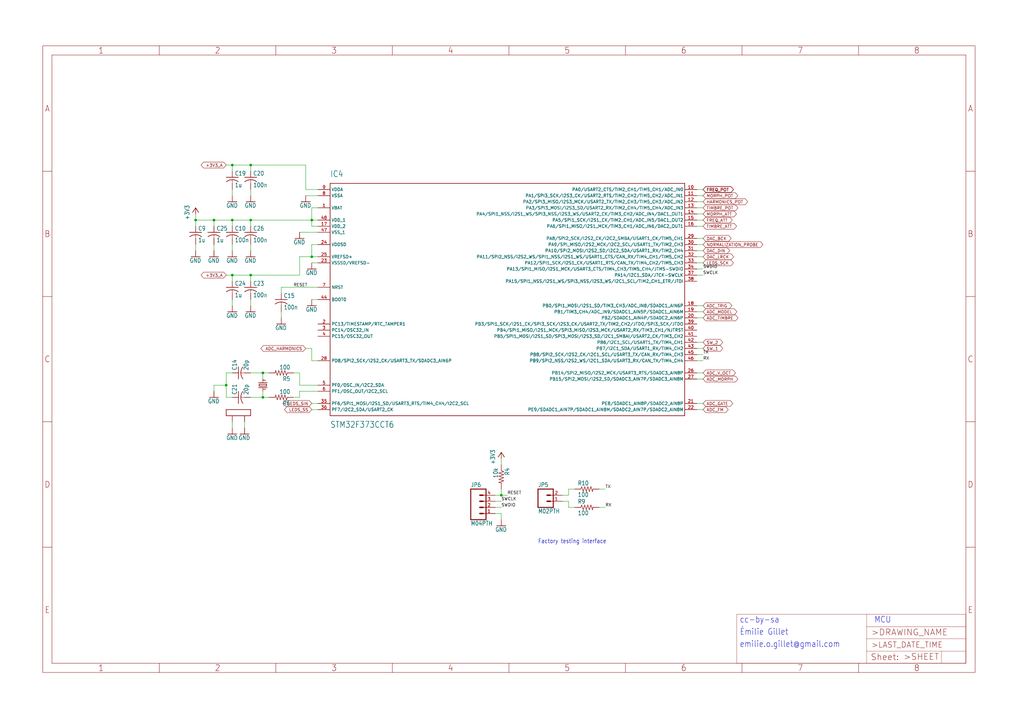
<source format=kicad_sch>
(kicad_sch (version 20230121) (generator eeschema)
  (paper "User" 425.45 299.161)
  (lib_symbols
    (symbol "plaits-eagle-import:+3V3" (power)
      (property "Value" "+3V3" (at -2.54 -5.08 90))
      (symbol "+3V3_1_0"
        (polyline (pts (xy 0 0) (xy -1.27 -1.905)) (stroke (width 0.254)))
        (polyline (pts (xy 1.27 -1.905) (xy 0 0)) (stroke (width 0.254)))
        (pin power_in line (at 0 -2.54 90) (length 2.54) (name "+3V3") (number "1"))
      )
    )
    (symbol "plaits-eagle-import:A3L-LOC"
      (symbol "A3L-LOC_1_0"
        (polyline (pts (xy 0 52.07) (xy 3.81 52.07)))
        (polyline (pts (xy 0 104.14) (xy 3.81 104.14)))
        (polyline (pts (xy 0 156.21) (xy 3.81 156.21)))
        (polyline (pts (xy 0 208.28) (xy 3.81 208.28)))
        (polyline (pts (xy 3.81 3.81) (xy 3.81 256.54)))
        (polyline (pts (xy 48.4188 0) (xy 48.4188 3.81)))
        (polyline (pts (xy 48.4188 256.54) (xy 48.4188 260.35)))
        (polyline (pts (xy 96.8375 0) (xy 96.8375 3.81)))
        (polyline (pts (xy 96.8375 256.54) (xy 96.8375 260.35)))
        (polyline (pts (xy 145.2563 0) (xy 145.2563 3.81)))
        (polyline (pts (xy 145.2563 256.54) (xy 145.2563 260.35)))
        (polyline (pts (xy 193.675 0) (xy 193.675 3.81)))
        (polyline (pts (xy 193.675 256.54) (xy 193.675 260.35)))
        (polyline (pts (xy 242.0938 0) (xy 242.0938 3.81)))
        (polyline (pts (xy 242.0938 256.54) (xy 242.0938 260.35)))
        (polyline (pts (xy 288.29 3.81) (xy 288.29 24.13)) (stroke (width 0.1016)))
        (polyline (pts (xy 288.29 3.81) (xy 342.265 3.81)) (stroke (width 0.1016)))
        (polyline (pts (xy 288.29 24.13) (xy 342.265 24.13)) (stroke (width 0.1016)))
        (polyline (pts (xy 290.5125 0) (xy 290.5125 3.81)))
        (polyline (pts (xy 290.5125 256.54) (xy 290.5125 260.35)))
        (polyline (pts (xy 338.9313 0) (xy 338.9313 3.81)))
        (polyline (pts (xy 338.9313 256.54) (xy 338.9313 260.35)))
        (polyline (pts (xy 342.265 3.81) (xy 373.38 3.81)) (stroke (width 0.1016)))
        (polyline (pts (xy 342.265 8.89) (xy 342.265 3.81)) (stroke (width 0.1016)))
        (polyline (pts (xy 342.265 8.89) (xy 342.265 13.97)) (stroke (width 0.1016)))
        (polyline (pts (xy 342.265 13.97) (xy 342.265 19.05)) (stroke (width 0.1016)))
        (polyline (pts (xy 342.265 13.97) (xy 383.54 13.97)) (stroke (width 0.1016)))
        (polyline (pts (xy 342.265 19.05) (xy 342.265 24.13)) (stroke (width 0.1016)))
        (polyline (pts (xy 342.265 19.05) (xy 383.54 19.05)) (stroke (width 0.1016)))
        (polyline (pts (xy 342.265 24.13) (xy 383.54 24.13)) (stroke (width 0.1016)))
        (polyline (pts (xy 373.38 3.81) (xy 373.38 8.89)) (stroke (width 0.1016)))
        (polyline (pts (xy 373.38 3.81) (xy 383.54 3.81)) (stroke (width 0.1016)))
        (polyline (pts (xy 373.38 8.89) (xy 342.265 8.89)) (stroke (width 0.1016)))
        (polyline (pts (xy 373.38 8.89) (xy 383.54 8.89)) (stroke (width 0.1016)))
        (polyline (pts (xy 383.54 3.81) (xy 3.81 3.81)))
        (polyline (pts (xy 383.54 3.81) (xy 383.54 8.89)) (stroke (width 0.1016)))
        (polyline (pts (xy 383.54 3.81) (xy 383.54 256.54)))
        (polyline (pts (xy 383.54 8.89) (xy 383.54 13.97)) (stroke (width 0.1016)))
        (polyline (pts (xy 383.54 13.97) (xy 383.54 19.05)) (stroke (width 0.1016)))
        (polyline (pts (xy 383.54 19.05) (xy 383.54 24.13)) (stroke (width 0.1016)))
        (polyline (pts (xy 383.54 52.07) (xy 387.35 52.07)))
        (polyline (pts (xy 383.54 104.14) (xy 387.35 104.14)))
        (polyline (pts (xy 383.54 156.21) (xy 387.35 156.21)))
        (polyline (pts (xy 383.54 208.28) (xy 387.35 208.28)))
        (polyline (pts (xy 383.54 256.54) (xy 3.81 256.54)))
        (polyline (pts (xy 0 0) (xy 387.35 0) (xy 387.35 260.35) (xy 0 260.35) (xy 0 0)))
        (text "1" (at 24.2094 1.905 0) (effects (font (size 2.54 2.286))))
        (text "1" (at 24.2094 258.445 0) (effects (font (size 2.54 2.286))))
        (text "2" (at 72.6281 1.905 0) (effects (font (size 2.54 2.286))))
        (text "2" (at 72.6281 258.445 0) (effects (font (size 2.54 2.286))))
        (text "3" (at 121.0469 1.905 0) (effects (font (size 2.54 2.286))))
        (text "3" (at 121.0469 258.445 0) (effects (font (size 2.54 2.286))))
        (text "4" (at 169.4656 1.905 0) (effects (font (size 2.54 2.286))))
        (text "4" (at 169.4656 258.445 0) (effects (font (size 2.54 2.286))))
        (text "5" (at 217.8844 1.905 0) (effects (font (size 2.54 2.286))))
        (text "5" (at 217.8844 258.445 0) (effects (font (size 2.54 2.286))))
        (text "6" (at 266.3031 1.905 0) (effects (font (size 2.54 2.286))))
        (text "6" (at 266.3031 258.445 0) (effects (font (size 2.54 2.286))))
        (text "7" (at 314.7219 1.905 0) (effects (font (size 2.54 2.286))))
        (text "7" (at 314.7219 258.445 0) (effects (font (size 2.54 2.286))))
        (text "8" (at 363.1406 1.905 0) (effects (font (size 2.54 2.286))))
        (text "8" (at 363.1406 258.445 0) (effects (font (size 2.54 2.286))))
        (text ">DRAWING_NAME" (at 344.17 15.24 0) (effects (font (size 2.54 2.54)) (justify left bottom)))
        (text ">LAST_DATE_TIME" (at 344.17 10.16 0) (effects (font (size 2.286 2.286)) (justify left bottom)))
        (text ">SHEET" (at 357.505 5.08 0) (effects (font (size 2.54 2.54)) (justify left bottom)))
        (text "A" (at 1.905 234.315 0) (effects (font (size 2.54 2.286))))
        (text "A" (at 385.445 234.315 0) (effects (font (size 2.54 2.286))))
        (text "B" (at 1.905 182.245 0) (effects (font (size 2.54 2.286))))
        (text "B" (at 385.445 182.245 0) (effects (font (size 2.54 2.286))))
        (text "C" (at 1.905 130.175 0) (effects (font (size 2.54 2.286))))
        (text "C" (at 385.445 130.175 0) (effects (font (size 2.54 2.286))))
        (text "D" (at 1.905 78.105 0) (effects (font (size 2.54 2.286))))
        (text "D" (at 385.445 78.105 0) (effects (font (size 2.54 2.286))))
        (text "E" (at 1.905 26.035 0) (effects (font (size 2.54 2.286))))
        (text "E" (at 385.445 26.035 0) (effects (font (size 2.54 2.286))))
        (text "Sheet:" (at 343.916 4.953 0) (effects (font (size 2.54 2.54)) (justify left bottom)))
      )
    )
    (symbol "plaits-eagle-import:C-USC0402"
      (property "Reference" "C" (at 1.016 0.635 0))
      (property "Value" "C-USC0402" (at 1.016 -4.191 0))
      (symbol "C-USC0402_1_0"
        (arc (start 0 -1.0161) (mid -1.302 -1.2303) (end -2.4668 -1.8504) (stroke (width 0.254)))
        (polyline (pts (xy -2.54 0) (xy 2.54 0)) (stroke (width 0.254)))
        (polyline (pts (xy 0 -1.016) (xy 0 -2.54)) (stroke (width 0.1524)))
        (arc (start 2.4892 -1.8542) (mid 1.3158 -1.2195) (end 0 -1) (stroke (width 0.254)))
        (pin passive line (at 0 2.54 270) (length 2.54) (name "1") (number "1"))
        (pin passive line (at 0 -5.08 90) (length 2.54) (name "2") (number "2"))
      )
    )
    (symbol "plaits-eagle-import:CRYSTAL"
      (symbol "CRYSTAL_1_0"
        (polyline (pts (xy -2.54 0) (xy -1.016 0)) (stroke (width 0.1524)))
        (polyline (pts (xy -1.016 1.778) (xy -1.016 -1.778)) (stroke (width 0.254)))
        (polyline (pts (xy -0.381 -1.524) (xy 0.381 -1.524)) (stroke (width 0.254)))
        (polyline (pts (xy -0.381 1.524) (xy -0.381 -1.524)) (stroke (width 0.254)))
        (polyline (pts (xy 0.381 -1.524) (xy 0.381 1.524)) (stroke (width 0.254)))
        (polyline (pts (xy 0.381 1.524) (xy -0.381 1.524)) (stroke (width 0.254)))
        (polyline (pts (xy 1.016 0) (xy 2.54 0)) (stroke (width 0.1524)))
        (polyline (pts (xy 1.016 1.778) (xy 1.016 -1.778)) (stroke (width 0.254)))
        (text "1" (at -2.159 -1.143 0) (effects (font (size 0.8636 0.734)) (justify left bottom)))
        (text "2" (at 1.524 -1.143 0) (effects (font (size 0.8636 0.734)) (justify left bottom)))
        (pin passive line (at -2.54 0 0) (length 0) (name "1") (number "1"))
        (pin passive line (at 2.54 0 180) (length 0) (name "2") (number "3"))
      )
      (symbol "CRYSTAL_2_0"
        (polyline (pts (xy -2.54 0) (xy 7.62 0)) (stroke (width 0.254)))
        (polyline (pts (xy -2.54 2.54) (xy -2.54 0)) (stroke (width 0.254)))
        (polyline (pts (xy 7.62 0) (xy 7.62 2.54)) (stroke (width 0.254)))
        (polyline (pts (xy 7.62 2.54) (xy -2.54 2.54)) (stroke (width 0.254)))
        (pin power_in line (at 0 -2.54 90) (length 2.54) (name "LID1") (number "2"))
        (pin power_in line (at 5.08 -2.54 90) (length 2.54) (name "LID2") (number "4"))
      )
    )
    (symbol "plaits-eagle-import:GND" (power)
      (property "Value" "GND" (at -2.54 -2.54 0))
      (symbol "GND_1_0"
        (polyline (pts (xy -1.905 0) (xy 1.905 0)) (stroke (width 0.254)))
        (pin power_in line (at 0 2.54 270) (length 2.54) (name "GND") (number "1"))
      )
    )
    (symbol "plaits-eagle-import:M02PTH"
      (property "Reference" "JP" (at -2.54 5.842 0))
      (property "Value" "M02PTH" (at -2.54 -5.08 0))
      (symbol "M02PTH_1_0"
        (polyline (pts (xy -2.54 5.08) (xy -2.54 -2.54)) (stroke (width 0.4064)))
        (polyline (pts (xy -2.54 5.08) (xy 3.81 5.08)) (stroke (width 0.4064)))
        (polyline (pts (xy 1.27 0) (xy 2.54 0)) (stroke (width 0.6096)))
        (polyline (pts (xy 1.27 2.54) (xy 2.54 2.54)) (stroke (width 0.6096)))
        (polyline (pts (xy 3.81 -2.54) (xy -2.54 -2.54)) (stroke (width 0.4064)))
        (polyline (pts (xy 3.81 -2.54) (xy 3.81 5.08)) (stroke (width 0.4064)))
        (pin passive line (at 7.62 0 180) (length 5.08) (name "1") (number "1"))
        (pin passive line (at 7.62 2.54 180) (length 5.08) (name "2") (number "2"))
      )
    )
    (symbol "plaits-eagle-import:M04PTH"
      (property "Reference" "JP" (at -5.08 8.382 0))
      (property "Value" "M04PTH" (at -5.08 -7.62 0))
      (symbol "M04PTH_1_0"
        (polyline (pts (xy -5.08 7.62) (xy -5.08 -5.08)) (stroke (width 0.4064)))
        (polyline (pts (xy -5.08 7.62) (xy 1.27 7.62)) (stroke (width 0.4064)))
        (polyline (pts (xy -1.27 -2.54) (xy 0 -2.54)) (stroke (width 0.6096)))
        (polyline (pts (xy -1.27 0) (xy 0 0)) (stroke (width 0.6096)))
        (polyline (pts (xy -1.27 2.54) (xy 0 2.54)) (stroke (width 0.6096)))
        (polyline (pts (xy -1.27 5.08) (xy 0 5.08)) (stroke (width 0.6096)))
        (polyline (pts (xy 1.27 -5.08) (xy -5.08 -5.08)) (stroke (width 0.4064)))
        (polyline (pts (xy 1.27 -5.08) (xy 1.27 7.62)) (stroke (width 0.4064)))
        (pin passive line (at 5.08 -2.54 180) (length 5.08) (name "1") (number "1"))
        (pin passive line (at 5.08 0 180) (length 5.08) (name "2") (number "2"))
        (pin passive line (at 5.08 2.54 180) (length 5.08) (name "3") (number "3"))
        (pin passive line (at 5.08 5.08 180) (length 5.08) (name "4") (number "4"))
      )
    )
    (symbol "plaits-eagle-import:R-US_R0402"
      (property "Reference" "R" (at -3.81 1.4986 0))
      (property "Value" "R-US_R0402" (at -3.81 -3.302 0))
      (symbol "R-US_R0402_1_0"
        (polyline (pts (xy -2.54 0) (xy -2.159 1.016)) (stroke (width 0.2032)))
        (polyline (pts (xy -2.159 1.016) (xy -1.524 -1.016)) (stroke (width 0.2032)))
        (polyline (pts (xy -1.524 -1.016) (xy -0.889 1.016)) (stroke (width 0.2032)))
        (polyline (pts (xy -0.889 1.016) (xy -0.254 -1.016)) (stroke (width 0.2032)))
        (polyline (pts (xy -0.254 -1.016) (xy 0.381 1.016)) (stroke (width 0.2032)))
        (polyline (pts (xy 0.381 1.016) (xy 1.016 -1.016)) (stroke (width 0.2032)))
        (polyline (pts (xy 1.016 -1.016) (xy 1.651 1.016)) (stroke (width 0.2032)))
        (polyline (pts (xy 1.651 1.016) (xy 2.286 -1.016)) (stroke (width 0.2032)))
        (polyline (pts (xy 2.286 -1.016) (xy 2.54 0)) (stroke (width 0.2032)))
        (pin passive line (at -5.08 0 0) (length 2.54) (name "1") (number "1"))
        (pin passive line (at 5.08 0 180) (length 2.54) (name "2") (number "2"))
      )
    )
    (symbol "plaits-eagle-import:STM32F373C"
      (property "Reference" "IC" (at -73.66 50.8 0))
      (property "Value" "STM32F373C" (at -73.66 -53.34 0))
      (symbol "STM32F373C_1_0"
        (polyline (pts (xy -73.66 -48.26) (xy -73.66 48.26)) (stroke (width 0.254)))
        (polyline (pts (xy -73.66 48.26) (xy 73.66 48.26)) (stroke (width 0.254)))
        (polyline (pts (xy 73.66 -48.26) (xy -73.66 -48.26)) (stroke (width 0.254)))
        (polyline (pts (xy 73.66 48.26) (xy 73.66 -48.26)) (stroke (width 0.254)))
        (pin power_in line (at -78.74 38.1 0) (length 5.08) (name "VBAT") (number "1"))
        (pin bidirectional line (at 78.74 45.72 180) (length 5.08) (name "PA0/USART2_CTS/TIM2_CH1/TIM5_CH1/ADC_IN0") (number "10"))
        (pin bidirectional line (at 78.74 43.18 180) (length 5.08) (name "PA1/SPI3_SCK/I2S3_CK/USART2_RTS/TIM2_CH2/TIM5_CH2/ADC_IN1") (number "11"))
        (pin bidirectional line (at 78.74 40.64 180) (length 5.08) (name "PA2/SPI3_MISO/I2S3_MCK/USART2_TX/TIM2_CH3/TIM5_CH3/ADC_IN2") (number "12"))
        (pin bidirectional line (at 78.74 38.1 180) (length 5.08) (name "PA3/SPI3_MOSI/I2S3_SD/USART2_RX/TIM2_CH4/TIM5_CH4/ADC_IN3") (number "13"))
        (pin bidirectional line (at 78.74 35.56 180) (length 5.08) (name "PA4/SPI1_NSS/I2S1_WS/SPI3_NSS/I2S3_WS/USART2_CK/TIM3_CH2/ADC_IN4/DAC1_OUT1") (number "14"))
        (pin bidirectional line (at 78.74 33.02 180) (length 5.08) (name "PA5/SPI1_SCK/I2S1_CK/TIM2_CH1/ADC_IN5/DAC1_OUT2") (number "15"))
        (pin bidirectional line (at 78.74 30.48 180) (length 5.08) (name "PA6/SPI1_MISO/I2S1_MCK/TIM3_CH1/ADC_IN6/DAC2_OUT1") (number "16"))
        (pin power_in line (at -78.74 30.48 0) (length 5.08) (name "VDD_2") (number "17"))
        (pin bidirectional line (at 78.74 -2.54 180) (length 5.08) (name "PB0/SPI1_MOSI/I2S1_SD/TIM3_CH3/ADC_IN8/SDADC1_AIN6P") (number "18"))
        (pin bidirectional line (at 78.74 -5.08 180) (length 5.08) (name "PB1/TIM3_CH4/ADC_IN9/SDADC1_AIN5P/SDADC1_AIN6M") (number "19"))
        (pin bidirectional line (at -78.74 -10.16 0) (length 5.08) (name "PC13/TIMESTAMP/RTC_TAMPER1") (number "2"))
        (pin bidirectional line (at 78.74 -7.62 180) (length 5.08) (name "PB2/SDADC1_AIN4P/SDADC2_AIN6P") (number "20"))
        (pin bidirectional line (at 78.74 -43.18 180) (length 5.08) (name "PE8/SDADC1_AIN8P/SDADC2_AIN8P") (number "21"))
        (pin bidirectional line (at 78.74 -45.72 180) (length 5.08) (name "PE9/SDADC1_AIN7P/SDADC1_AIN8M/SDADC2_AIN7P/SDADC2_AIN8M") (number "22"))
        (pin power_in line (at -78.74 15.24 0) (length 5.08) (name "VSSSD/VREFSD-") (number "23"))
        (pin power_in line (at -78.74 22.86 0) (length 5.08) (name "VDDSD") (number "24"))
        (pin power_in line (at -78.74 17.78 0) (length 5.08) (name "VREFSD+") (number "25"))
        (pin bidirectional line (at 78.74 -30.48 180) (length 5.08) (name "PB14/SPI2_MISO/I2S2_MCK/USART3_RTS/SDADC3_AIN8P") (number "26"))
        (pin bidirectional line (at 78.74 -33.02 180) (length 5.08) (name "PB15/SPI2_MOSI/I2S2_SD/SDADC3_AIN7P/SDADC3_AIN8M") (number "27"))
        (pin bidirectional line (at -78.74 -25.4 0) (length 5.08) (name "PD8/SPI2_SCK/I2S2_CK/USART3_TX/SDADC3_AIN6P") (number "28"))
        (pin bidirectional line (at 78.74 25.4 180) (length 5.08) (name "PA8/SPI2_SCK/I2S2_CK/I2C2_SMBA/USART1_CK/TIM5_CH1") (number "29"))
        (pin bidirectional line (at -78.74 -12.7 0) (length 5.08) (name "PC14/OSC32_IN") (number "3"))
        (pin bidirectional line (at 78.74 22.86 180) (length 5.08) (name "PA9/SPI_MISO/I2S2_MCK/I2C2_SCL/USART1_TX/TIM2_CH3") (number "30"))
        (pin bidirectional line (at 78.74 20.32 180) (length 5.08) (name "PA10/SPI2_MOSI/I2S2_SD/I2C2_SDA/USART1_RX/TIM2_CH4") (number "31"))
        (pin bidirectional line (at 78.74 17.78 180) (length 5.08) (name "PA11/SPI2_NSS/I2S2_WS/SPI1_NSS/I2S1_WS/USART1_CTS/CAN_RX/TIM4_CH1/TIM5_CH2") (number "32"))
        (pin bidirectional line (at 78.74 15.24 180) (length 5.08) (name "PA12/SPI1_SCK/I2S1_CK/USART1_RTS/CAN_TX/TIM4_CH2/TIM5_CH3") (number "33"))
        (pin bidirectional line (at 78.74 12.7 180) (length 5.08) (name "PA13/SPI1_MISO/I2S1_MCK/USART3_CTS/TIM4_CH3/TIM5_CH4/JTMS-SWDIO") (number "34"))
        (pin bidirectional line (at -78.74 -43.18 0) (length 5.08) (name "PF6/SPI1_MOSI/I2S1_SD/USART3_RTS/TIM4_CH4/I2C2_SCL") (number "35"))
        (pin bidirectional line (at -78.74 -45.72 0) (length 5.08) (name "PF7/I2C2_SDA/USART2_CK") (number "36"))
        (pin bidirectional line (at 78.74 10.16 180) (length 5.08) (name "PA14/I2C1_SDA/JTCK-SWCLK") (number "37"))
        (pin bidirectional line (at 78.74 7.62 180) (length 5.08) (name "PA15/SPI1_NSS/I2S1_WS/SPI3_NSS/I2S3_WS/I2C1_SCL/TIM2_CH1_ETR/JTDI") (number "38"))
        (pin bidirectional line (at 78.74 -10.16 180) (length 5.08) (name "PB3/SPI1_SCK/I2S1_CK/SPI3_SCK/I2S3_CK/USART2_TX/TIM2_CH2/JTDO/SPI3_SCK/JTDO") (number "39"))
        (pin bidirectional line (at -78.74 -15.24 0) (length 5.08) (name "PC15/OSC32_OUT") (number "4"))
        (pin bidirectional line (at 78.74 -12.7 180) (length 5.08) (name "PB4/SPI1_MISO/I2S1_MCK/SPI3_MISO/I2S3_MCK/USART2_RX/TIM3_CH1/NJTRST") (number "40"))
        (pin bidirectional line (at 78.74 -15.24 180) (length 5.08) (name "PB5/SPI1_MOSI/I2S1_SD/SPI3_MOSI/I2S3_SD/I2C1_SMBAI/USART2_CK/TIM3_CH2") (number "41"))
        (pin bidirectional line (at 78.74 -17.78 180) (length 5.08) (name "PB6/I2C1_SCL/USART1_TX/TIM4_CH1") (number "42"))
        (pin bidirectional line (at 78.74 -20.32 180) (length 5.08) (name "PB7/I2C1_SDA/USART1_RX/TIM4_CH2") (number "43"))
        (pin bidirectional line (at -78.74 0 0) (length 5.08) (name "BOOT0") (number "44"))
        (pin bidirectional line (at 78.74 -22.86 180) (length 5.08) (name "PB8/SPI2_SCK/I2S2_CK/I2C1_SCL/USART3_TX/CAN_RX/TIM4_CH3") (number "45"))
        (pin bidirectional line (at 78.74 -25.4 180) (length 5.08) (name "PB9/SPI2_NSS/I2S2_WS/I2C1_SDA/USART3_RX/CAN_TX/TIM4_CH4") (number "46"))
        (pin power_in line (at -78.74 27.94 0) (length 5.08) (name "VSS_1") (number "47"))
        (pin power_in line (at -78.74 33.02 0) (length 5.08) (name "VDD_1") (number "48"))
        (pin bidirectional line (at -78.74 -35.56 0) (length 5.08) (name "PF0/OSC_IN/I2C2_SDA") (number "5"))
        (pin bidirectional line (at -78.74 -38.1 0) (length 5.08) (name "PF1/OSC_OUT/I2C2_SCL") (number "6"))
        (pin bidirectional line (at -78.74 5.08 0) (length 5.08) (name "NRST") (number "7"))
        (pin power_in line (at -78.74 43.18 0) (length 5.08) (name "VSSA") (number "8"))
        (pin power_in line (at -78.74 45.72 0) (length 5.08) (name "VDDA") (number "9"))
      )
    )
  )
  (junction (at 104.14 68.58))
  (junction (at 96.52 68.58))
  (junction (at 88.9 91.44))
  (junction (at 96.52 91.44))
  (junction (at 104.14 91.44))
  (junction (at 81.28 91.44))
  (junction (at 104.14 114.3))
  (junction (at 129.54 106.68))
  (junction (at 129.54 91.44))
  (junction (at 93.98 160.02))
  (junction (at 109.22 154.94))
  (junction (at 96.52 114.3))
  (junction (at 208.28 205.74))
  (junction (at 109.22 165.1))
  (wire (pts (xy 96.52 91.44) (xy 104.14 91.44)))
  (wire (pts (xy 104.14 165.1) (xy 109.22 165.1)))
  (wire (pts (xy 132.08 170.18) (xy 129.54 170.18)))
  (wire (pts (xy 124.46 106.68) (xy 129.54 106.68)))
  (wire (pts (xy 127 68.58) (xy 127 78.74)))
  (wire (pts (xy 88.9 93.98) (xy 88.9 91.44)))
  (wire (pts (xy 96.52 78.74) (xy 96.52 81.28)))
  (wire (pts (xy 289.56 170.18) (xy 292.1 170.18)))
  (wire (pts (xy 132.08 149.86) (xy 129.54 149.86)))
  (wire (pts (xy 129.54 109.22) (xy 132.08 109.22)))
  (wire (pts (xy 104.14 68.58) (xy 127 68.58)))
  (wire (pts (xy 208.28 213.36) (xy 208.28 215.9)))
  (wire (pts (xy 101.6 175.26) (xy 101.6 177.8)))
  (wire (pts (xy 208.28 203.2) (xy 208.28 205.74)))
  (wire (pts (xy 289.56 111.76) (xy 292.1 111.76)))
  (wire (pts (xy 233.68 205.74) (xy 236.22 205.74)))
  (wire (pts (xy 289.56 83.82) (xy 292.1 83.82)))
  (wire (pts (xy 289.56 91.44) (xy 292.1 91.44)))
  (wire (pts (xy 236.22 203.2) (xy 238.76 203.2)))
  (wire (pts (xy 289.56 109.22) (xy 292.1 109.22)))
  (wire (pts (xy 104.14 71.12) (xy 104.14 68.58)))
  (wire (pts (xy 205.74 210.82) (xy 208.28 210.82)))
  (wire (pts (xy 93.98 160.02) (xy 93.98 165.1)))
  (wire (pts (xy 289.56 104.14) (xy 292.1 104.14)))
  (wire (pts (xy 289.56 142.24) (xy 292.1 142.24)))
  (wire (pts (xy 236.22 205.74) (xy 236.22 203.2)))
  (wire (pts (xy 88.9 91.44) (xy 81.28 91.44)))
  (wire (pts (xy 124.46 160.02) (xy 132.08 160.02)))
  (wire (pts (xy 289.56 86.36) (xy 292.1 86.36)))
  (wire (pts (xy 116.84 119.38) (xy 116.84 121.92)))
  (wire (pts (xy 236.22 210.82) (xy 238.76 210.82)))
  (wire (pts (xy 129.54 86.36) (xy 129.54 91.44)))
  (wire (pts (xy 93.98 160.02) (xy 88.9 160.02)))
  (wire (pts (xy 289.56 88.9) (xy 292.1 88.9)))
  (wire (pts (xy 81.28 91.44) (xy 81.28 88.9)))
  (wire (pts (xy 96.52 91.44) (xy 88.9 91.44)))
  (wire (pts (xy 116.84 129.54) (xy 116.84 132.08)))
  (wire (pts (xy 104.14 124.46) (xy 104.14 127)))
  (wire (pts (xy 289.56 147.32) (xy 292.1 147.32)))
  (wire (pts (xy 289.56 106.68) (xy 292.1 106.68)))
  (wire (pts (xy 116.84 119.38) (xy 132.08 119.38)))
  (wire (pts (xy 96.52 116.84) (xy 96.52 114.3)))
  (wire (pts (xy 96.52 71.12) (xy 96.52 68.58)))
  (wire (pts (xy 129.54 91.44) (xy 132.08 91.44)))
  (wire (pts (xy 289.56 144.78) (xy 292.1 144.78)))
  (wire (pts (xy 132.08 93.98) (xy 129.54 93.98)))
  (wire (pts (xy 129.54 93.98) (xy 129.54 91.44)))
  (wire (pts (xy 96.52 93.98) (xy 96.52 91.44)))
  (wire (pts (xy 109.22 165.1) (xy 109.22 162.56)))
  (wire (pts (xy 109.22 154.94) (xy 109.22 157.48)))
  (wire (pts (xy 109.22 154.94) (xy 111.76 154.94)))
  (wire (pts (xy 96.52 114.3) (xy 93.98 114.3)))
  (wire (pts (xy 129.54 101.6) (xy 129.54 106.68)))
  (wire (pts (xy 111.76 165.1) (xy 109.22 165.1)))
  (wire (pts (xy 88.9 101.6) (xy 88.9 104.14)))
  (wire (pts (xy 104.14 116.84) (xy 104.14 114.3)))
  (wire (pts (xy 289.56 127) (xy 292.1 127)))
  (wire (pts (xy 104.14 114.3) (xy 124.46 114.3)))
  (wire (pts (xy 129.54 149.86) (xy 129.54 144.78)))
  (wire (pts (xy 289.56 154.94) (xy 292.1 154.94)))
  (wire (pts (xy 88.9 160.02) (xy 88.9 162.56)))
  (wire (pts (xy 124.46 165.1) (xy 121.92 165.1)))
  (wire (pts (xy 124.46 165.1) (xy 124.46 162.56)))
  (wire (pts (xy 236.22 208.28) (xy 236.22 210.82)))
  (wire (pts (xy 289.56 167.64) (xy 292.1 167.64)))
  (wire (pts (xy 132.08 86.36) (xy 129.54 86.36)))
  (wire (pts (xy 124.46 114.3) (xy 124.46 106.68)))
  (wire (pts (xy 289.56 99.06) (xy 292.1 99.06)))
  (wire (pts (xy 289.56 81.28) (xy 292.1 81.28)))
  (wire (pts (xy 96.52 68.58) (xy 93.98 68.58)))
  (wire (pts (xy 104.14 154.94) (xy 109.22 154.94)))
  (wire (pts (xy 127 78.74) (xy 132.08 78.74)))
  (wire (pts (xy 104.14 101.6) (xy 104.14 104.14)))
  (wire (pts (xy 93.98 154.94) (xy 93.98 160.02)))
  (wire (pts (xy 93.98 165.1) (xy 96.52 165.1)))
  (wire (pts (xy 96.52 154.94) (xy 93.98 154.94)))
  (wire (pts (xy 205.74 208.28) (xy 208.28 208.28)))
  (wire (pts (xy 132.08 96.52) (xy 124.46 96.52)))
  (wire (pts (xy 104.14 68.58) (xy 96.52 68.58)))
  (wire (pts (xy 289.56 149.86) (xy 292.1 149.86)))
  (wire (pts (xy 205.74 205.74) (xy 208.28 205.74)))
  (wire (pts (xy 129.54 101.6) (xy 132.08 101.6)))
  (wire (pts (xy 104.14 93.98) (xy 104.14 91.44)))
  (wire (pts (xy 233.68 208.28) (xy 236.22 208.28)))
  (wire (pts (xy 132.08 124.46) (xy 129.54 124.46)))
  (wire (pts (xy 124.46 154.94) (xy 121.92 154.94)))
  (wire (pts (xy 289.56 129.54) (xy 292.1 129.54)))
  (wire (pts (xy 208.28 193.04) (xy 208.28 190.5)))
  (wire (pts (xy 96.52 175.26) (xy 96.52 177.8)))
  (wire (pts (xy 81.28 93.98) (xy 81.28 91.44)))
  (wire (pts (xy 129.54 144.78) (xy 127 144.78)))
  (wire (pts (xy 248.92 210.82) (xy 251.46 210.82)))
  (wire (pts (xy 124.46 160.02) (xy 124.46 154.94)))
  (wire (pts (xy 289.56 132.08) (xy 292.1 132.08)))
  (wire (pts (xy 289.56 114.3) (xy 292.1 114.3)))
  (wire (pts (xy 205.74 213.36) (xy 208.28 213.36)))
  (wire (pts (xy 96.52 101.6) (xy 96.52 104.14)))
  (wire (pts (xy 289.56 157.48) (xy 292.1 157.48)))
  (wire (pts (xy 104.14 114.3) (xy 96.52 114.3)))
  (wire (pts (xy 96.52 124.46) (xy 96.52 127)))
  (wire (pts (xy 132.08 167.64) (xy 129.54 167.64)))
  (wire (pts (xy 289.56 93.98) (xy 292.1 93.98)))
  (wire (pts (xy 132.08 81.28) (xy 127 81.28)))
  (wire (pts (xy 132.08 162.56) (xy 124.46 162.56)))
  (wire (pts (xy 289.56 101.6) (xy 292.1 101.6)))
  (wire (pts (xy 104.14 78.74) (xy 104.14 81.28)))
  (wire (pts (xy 81.28 101.6) (xy 81.28 104.14)))
  (wire (pts (xy 289.56 78.74) (xy 292.1 78.74)))
  (wire (pts (xy 208.28 205.74) (xy 210.82 205.74)))
  (wire (pts (xy 132.08 106.68) (xy 129.54 106.68)))
  (wire (pts (xy 104.14 91.44) (xy 129.54 91.44)))
  (wire (pts (xy 248.92 203.2) (xy 251.46 203.2)))
  (text "Factory testing interface" (at 223.52 226.06 0) (effects (font (size 1.778 1.5113)) (justify left bottom)))
  (text "cc-by-sa" (at 307.34 259.08 0) (effects (font (size 2.54 2.159)) (justify left bottom)))
  (text "emilie.o.gillet@gmail.com" (at 307.34 269.24 0) (effects (font (size 2.54 2.159)) (justify left bottom)))
  (text "MCU" (at 363.22 259.08 0) (effects (font (size 2.54 2.159)) (justify left bottom)))
  (text "Émilie Gillet" (at 307.34 264.16 0) (effects (font (size 2.54 2.159)) (justify left bottom)))
  (label "RESET" (at 121.92 119.38 0) (effects (font (size 1.2446 1.2446))))
  (label "SWCLK" (at 292.1 114.3 0) (effects (font (size 1.2446 1.2446))))
  (label "RX" (at 292.1 149.86 0) (effects (font (size 1.2446 1.2446))))
  (label "TX" (at 251.46 203.2 0) (effects (font (size 1.2446 1.2446))))
  (label "RX" (at 251.46 210.82 0) (effects (font (size 1.2446 1.2446))))
  (label "SWDIO" (at 208.28 210.82 0) (effects (font (size 1.2446 1.2446))))
  (label "RESET" (at 210.82 205.74 0) (effects (font (size 1.2446 1.2446))))
  (label "SWCLK" (at 208.28 208.28 0) (effects (font (size 1.2446 1.2446))))
  (label "SWDIO" (at 292.1 111.76 0) (effects (font (size 1.2446 1.2446))))
  (label "TX" (at 292.1 147.32 0) (effects (font (size 1.2446 1.2446))))
  (global_label "LEDS_SIN" (shape bidirectional) (at 129.54 167.64 180) (effects (font (size 1.2446 1.2446))) (property "Intersheetrefs" "${INTERSHEET_REFS}" (effects hide)))
  (global_label "+3V3_A" (shape bidirectional) (at 93.98 114.3 180) (effects (font (size 1.2446 1.2446))) (property "Intersheetrefs" "${INTERSHEET_REFS}" (effects hide)))
  (global_label "FREQ_ATT" (shape bidirectional) (at 292.1 91.44 0) (effects (font (size 1.2446 1.2446))) (property "Intersheetrefs" "${INTERSHEET_REFS}" (effects hide)))
  (global_label "TIMBRE_ATT" (shape bidirectional) (at 292.1 93.98 0) (effects (font (size 1.2446 1.2446))) (property "Intersheetrefs" "${INTERSHEET_REFS}" (effects hide)))
  (global_label "ADC_V_OCT" (shape bidirectional) (at 292.1 154.94 0) (effects (font (size 1.2446 1.2446))) (property "Intersheetrefs" "${INTERSHEET_REFS}" (effects hide)))
  (global_label "ADC_MORPH" (shape bidirectional) (at 292.1 157.48 0) (effects (font (size 1.2446 1.2446))) (property "Intersheetrefs" "${INTERSHEET_REFS}" (effects hide)))
  (global_label "FREQ_POT" (shape bidirectional) (at 292.1 78.74 0) (effects (font (size 1.2446 1.2446))) (property "Intersheetrefs" "${INTERSHEET_REFS}" (effects hide)))
  (global_label "SW_1" (shape bidirectional) (at 292.1 144.78 0) (effects (font (size 1.2446 1.2446))) (property "Intersheetrefs" "${INTERSHEET_REFS}" (effects hide)))
  (global_label "MORPH_ATT" (shape bidirectional) (at 292.1 88.9 0) (effects (font (size 1.2446 1.2446))) (property "Intersheetrefs" "${INTERSHEET_REFS}" (effects hide)))
  (global_label "ADC_HARMONICS" (shape bidirectional) (at 127 144.78 180) (effects (font (size 1.2446 1.2446))) (property "Intersheetrefs" "${INTERSHEET_REFS}" (effects hide)))
  (global_label "DAC_DIN" (shape bidirectional) (at 292.1 104.14 0) (effects (font (size 1.2446 1.2446))) (property "Intersheetrefs" "${INTERSHEET_REFS}" (effects hide)))
  (global_label "ADC_TRIG" (shape bidirectional) (at 292.1 127 0) (effects (font (size 1.2446 1.2446))) (property "Intersheetrefs" "${INTERSHEET_REFS}" (effects hide)))
  (global_label "FREQ_POT" (shape bidirectional) (at 292.1 78.74 0) (effects (font (size 1.2446 1.2446))) (property "Intersheetrefs" "${INTERSHEET_REFS}" (effects hide)))
  (global_label "ADC_MODEL" (shape bidirectional) (at 292.1 129.54 0) (effects (font (size 1.2446 1.2446))) (property "Intersheetrefs" "${INTERSHEET_REFS}" (effects hide)))
  (global_label "ADC_TIMBRE" (shape bidirectional) (at 292.1 132.08 0) (effects (font (size 1.2446 1.2446))) (property "Intersheetrefs" "${INTERSHEET_REFS}" (effects hide)))
  (global_label "DAC_BCK" (shape bidirectional) (at 292.1 99.06 0) (effects (font (size 1.2446 1.2446))) (property "Intersheetrefs" "${INTERSHEET_REFS}" (effects hide)))
  (global_label "DAC_LRCK" (shape bidirectional) (at 292.1 106.68 0) (effects (font (size 1.2446 1.2446))) (property "Intersheetrefs" "${INTERSHEET_REFS}" (effects hide)))
  (global_label "NORMALIZATION_PROBE" (shape bidirectional) (at 292.1 101.6 0) (effects (font (size 1.2446 1.2446))) (property "Intersheetrefs" "${INTERSHEET_REFS}" (effects hide)))
  (global_label "+3V3_A" (shape bidirectional) (at 93.98 68.58 180) (effects (font (size 1.2446 1.2446))) (property "Intersheetrefs" "${INTERSHEET_REFS}" (effects hide)))
  (global_label "TIMBRE_POT" (shape bidirectional) (at 292.1 86.36 0) (effects (font (size 1.2446 1.2446))) (property "Intersheetrefs" "${INTERSHEET_REFS}" (effects hide)))
  (global_label "ADC_GATE" (shape bidirectional) (at 292.1 167.64 0) (effects (font (size 1.2446 1.2446))) (property "Intersheetrefs" "${INTERSHEET_REFS}" (effects hide)))
  (global_label "SW_2" (shape bidirectional) (at 292.1 142.24 0) (effects (font (size 1.2446 1.2446))) (property "Intersheetrefs" "${INTERSHEET_REFS}" (effects hide)))
  (global_label "LEDS_SS" (shape bidirectional) (at 129.54 170.18 180) (effects (font (size 1.2446 1.2446))) (property "Intersheetrefs" "${INTERSHEET_REFS}" (effects hide)))
  (global_label "HARMONICS_POT" (shape bidirectional) (at 292.1 83.82 0) (effects (font (size 1.2446 1.2446))) (property "Intersheetrefs" "${INTERSHEET_REFS}" (effects hide)))
  (global_label "MORPH_POT" (shape bidirectional) (at 292.1 81.28 0) (effects (font (size 1.2446 1.2446))) (property "Intersheetrefs" "${INTERSHEET_REFS}" (effects hide)))
  (global_label "ADC_FM" (shape bidirectional) (at 292.1 170.18 0) (effects (font (size 1.2446 1.2446))) (property "Intersheetrefs" "${INTERSHEET_REFS}" (effects hide)))
  (global_label "LEDS_SCK" (shape bidirectional) (at 292.1 109.22 0) (effects (font (size 1.2446 1.2446))) (property "Intersheetrefs" "${INTERSHEET_REFS}" (effects hide)))
  (symbol (lib_id "plaits-eagle-import:GND") (at 96.52 180.34 0) (unit 1)
    (property "Reference" "#GND067" (effects hide))
    (property "Value" "GND" (at 93.98 182.88 0) (effects (font (size 1.778 1.5113)) (justify left bottom)))
    (property "Footprint" "plaits:" (effects hide))
  )
  (symbol (lib_id "plaits-eagle-import:GND") (at 127 83.82 0) (unit 1)
    (property "Reference" "#GND022" (effects hide))
    (property "Value" "GND" (at 124.46 86.36 0) (effects (font (size 1.778 1.5113)) (justify left bottom)))
    (property "Footprint" "plaits:" (effects hide))
  )
  (symbol (lib_id "plaits-eagle-import:C-USC0402") (at 99.06 154.94 90) (unit 1)
    (property "Reference" "C14" (at 98.425 153.924 0) (effects (font (size 1.778 1.5113)) (justify left bottom)))
    (property "Value" "20p" (at 103.251 153.924 0) (effects (font (size 1.778 1.5113)) (justify left bottom)))
    (property "Footprint" "plaits:C0402" (effects hide))
  )
  (symbol (lib_id "plaits-eagle-import:C-USC0402") (at 104.14 119.38 0) (unit 1)
    (property "Reference" "C23" (at 105.156 118.745 0) (effects (font (size 1.778 1.5113)) (justify left bottom)))
    (property "Value" "100n" (at 105.156 123.571 0) (effects (font (size 1.778 1.5113)) (justify left bottom)))
    (property "Footprint" "plaits:C0402" (effects hide))
  )
  (symbol (lib_id "plaits-eagle-import:GND") (at 96.52 129.54 0) (unit 1)
    (property "Reference" "#GND0100" (effects hide))
    (property "Value" "GND" (at 93.98 132.08 0) (effects (font (size 1.778 1.5113)) (justify left bottom)))
    (property "Footprint" "plaits:" (effects hide))
  )
  (symbol (lib_id "plaits-eagle-import:STM32F373C") (at 210.82 124.46 0) (unit 1)
    (property "Reference" "IC4" (at 137.16 73.66 0) (effects (font (size 2.54 2.159)) (justify left bottom)))
    (property "Value" "STM32F373CCT6" (at 137.16 177.8 0) (effects (font (size 2.54 2.159)) (justify left bottom)))
    (property "Footprint" "plaits:LQFP48" (effects hide))
  )
  (symbol (lib_id "plaits-eagle-import:GND") (at 129.54 127 0) (unit 1)
    (property "Reference" "#GND08" (effects hide))
    (property "Value" "GND" (at 127 129.54 0) (effects (font (size 1.778 1.5113)) (justify left bottom)))
    (property "Footprint" "plaits:" (effects hide))
  )
  (symbol (lib_id "plaits-eagle-import:M04PTH") (at 200.66 210.82 0) (unit 1)
    (property "Reference" "JP6" (at 195.58 202.438 0) (effects (font (size 1.778 1.5113)) (justify left bottom)))
    (property "Value" "M04PTH" (at 195.58 218.44 0) (effects (font (size 1.778 1.5113)) (justify left bottom)))
    (property "Footprint" "plaits:1X04" (effects hide))
  )
  (symbol (lib_id "plaits-eagle-import:GND") (at 104.14 106.68 0) (unit 1)
    (property "Reference" "#GND098" (effects hide))
    (property "Value" "GND" (at 101.6 109.22 0) (effects (font (size 1.778 1.5113)) (justify left bottom)))
    (property "Footprint" "plaits:" (effects hide))
  )
  (symbol (lib_id "plaits-eagle-import:A3L-LOC") (at 17.78 279.4 0) (unit 1)
    (property "Reference" "#FRAME2" (effects hide))
    (property "Value" "A3L-LOC" (effects hide))
    (property "Footprint" "plaits:" (effects hide))
  )
  (symbol (lib_id "plaits-eagle-import:GND") (at 96.52 83.82 0) (unit 1)
    (property "Reference" "#GND079" (effects hide))
    (property "Value" "GND" (at 93.98 86.36 0) (effects (font (size 1.778 1.5113)) (justify left bottom)))
    (property "Footprint" "plaits:" (effects hide))
  )
  (symbol (lib_id "plaits-eagle-import:+3V3") (at 208.28 187.96 0) (unit 1)
    (property "Reference" "#+3V04" (effects hide))
    (property "Value" "+3V3" (at 205.74 193.04 90) (effects (font (size 1.778 1.5113)) (justify left bottom)))
    (property "Footprint" "plaits:" (effects hide))
  )
  (symbol (lib_id "plaits-eagle-import:GND") (at 88.9 165.1 0) (unit 1)
    (property "Reference" "#GND056" (effects hide))
    (property "Value" "GND" (at 86.36 167.64 0) (effects (font (size 1.778 1.5113)) (justify left bottom)))
    (property "Footprint" "plaits:" (effects hide))
  )
  (symbol (lib_id "plaits-eagle-import:CRYSTAL") (at 96.52 172.72 0) (unit 2)
    (property "Reference" "Q1" (effects hide))
    (property "Value" "8MHz" (effects hide))
    (property "Footprint" "plaits:CTS406" (effects hide))
  )
  (symbol (lib_id "plaits-eagle-import:GND") (at 88.9 106.68 0) (unit 1)
    (property "Reference" "#GND010" (effects hide))
    (property "Value" "GND" (at 86.36 109.22 0) (effects (font (size 1.778 1.5113)) (justify left bottom)))
    (property "Footprint" "plaits:" (effects hide))
  )
  (symbol (lib_id "plaits-eagle-import:GND") (at 124.46 99.06 0) (unit 1)
    (property "Reference" "#GND04" (effects hide))
    (property "Value" "GND" (at 121.92 101.6 0) (effects (font (size 1.778 1.5113)) (justify left bottom)))
    (property "Footprint" "plaits:" (effects hide))
  )
  (symbol (lib_id "plaits-eagle-import:C-USC0402") (at 96.52 96.52 0) (unit 1)
    (property "Reference" "C10" (at 97.536 95.885 0) (effects (font (size 1.778 1.5113)) (justify left bottom)))
    (property "Value" "100n" (at 97.536 100.711 0) (effects (font (size 1.778 1.5113)) (justify left bottom)))
    (property "Footprint" "plaits:C0402" (effects hide))
  )
  (symbol (lib_id "plaits-eagle-import:CRYSTAL") (at 109.22 160.02 90) (unit 1)
    (property "Reference" "Q1" (effects hide))
    (property "Value" "8MHz" (effects hide))
    (property "Footprint" "plaits:CTS406" (effects hide))
  )
  (symbol (lib_id "plaits-eagle-import:GND") (at 101.6 180.34 0) (unit 1)
    (property "Reference" "#GND086" (effects hide))
    (property "Value" "GND" (at 99.06 182.88 0) (effects (font (size 1.778 1.5113)) (justify left bottom)))
    (property "Footprint" "plaits:" (effects hide))
  )
  (symbol (lib_id "plaits-eagle-import:+3V3") (at 81.28 86.36 0) (unit 1)
    (property "Reference" "#+3V013" (effects hide))
    (property "Value" "+3V3" (at 78.74 91.44 90) (effects (font (size 1.778 1.5113)) (justify left bottom)))
    (property "Footprint" "plaits:" (effects hide))
  )
  (symbol (lib_id "plaits-eagle-import:R-US_R0402") (at 243.84 210.82 0) (unit 1)
    (property "Reference" "R9" (at 240.03 209.3214 0) (effects (font (size 1.778 1.5113)) (justify left bottom)))
    (property "Value" "100" (at 240.03 214.122 0) (effects (font (size 1.778 1.5113)) (justify left bottom)))
    (property "Footprint" "plaits:R0402" (effects hide))
  )
  (symbol (lib_id "plaits-eagle-import:C-USC0402") (at 116.84 124.46 0) (unit 1)
    (property "Reference" "C15" (at 117.856 123.825 0) (effects (font (size 1.778 1.5113)) (justify left bottom)))
    (property "Value" "100n" (at 117.856 128.651 0) (effects (font (size 1.778 1.5113)) (justify left bottom)))
    (property "Footprint" "plaits:C0402" (effects hide))
  )
  (symbol (lib_id "plaits-eagle-import:GND") (at 104.14 129.54 0) (unit 1)
    (property "Reference" "#GND099" (effects hide))
    (property "Value" "GND" (at 101.6 132.08 0) (effects (font (size 1.778 1.5113)) (justify left bottom)))
    (property "Footprint" "plaits:" (effects hide))
  )
  (symbol (lib_id "plaits-eagle-import:C-USC0402") (at 88.9 96.52 0) (unit 1)
    (property "Reference" "C25" (at 89.916 95.885 0) (effects (font (size 1.778 1.5113)) (justify left bottom)))
    (property "Value" "1u" (at 89.916 100.711 0) (effects (font (size 1.778 1.5113)) (justify left bottom)))
    (property "Footprint" "plaits:C0402" (effects hide))
  )
  (symbol (lib_id "plaits-eagle-import:GND") (at 208.28 218.44 0) (unit 1)
    (property "Reference" "#GND085" (effects hide))
    (property "Value" "GND" (at 205.74 220.98 0) (effects (font (size 1.778 1.5113)) (justify left bottom)))
    (property "Footprint" "plaits:" (effects hide))
  )
  (symbol (lib_id "plaits-eagle-import:GND") (at 116.84 134.62 0) (unit 1)
    (property "Reference" "#GND042" (effects hide))
    (property "Value" "GND" (at 114.3 137.16 0) (effects (font (size 1.778 1.5113)) (justify left bottom)))
    (property "Footprint" "plaits:" (effects hide))
  )
  (symbol (lib_id "plaits-eagle-import:R-US_R0402") (at 243.84 203.2 0) (unit 1)
    (property "Reference" "R10" (at 240.03 201.7014 0) (effects (font (size 1.778 1.5113)) (justify left bottom)))
    (property "Value" "100" (at 240.03 206.502 0) (effects (font (size 1.778 1.5113)) (justify left bottom)))
    (property "Footprint" "plaits:R0402" (effects hide))
  )
  (symbol (lib_id "plaits-eagle-import:GND") (at 104.14 83.82 0) (unit 1)
    (property "Reference" "#GND096" (effects hide))
    (property "Value" "GND" (at 101.6 86.36 0) (effects (font (size 1.778 1.5113)) (justify left bottom)))
    (property "Footprint" "plaits:" (effects hide))
  )
  (symbol (lib_id "plaits-eagle-import:R-US_R0402") (at 208.28 198.12 270) (unit 1)
    (property "Reference" "R4" (at 209.7786 194.31 0) (effects (font (size 1.778 1.5113)) (justify left bottom)))
    (property "Value" "10k" (at 204.978 194.31 0) (effects (font (size 1.778 1.5113)) (justify left bottom)))
    (property "Footprint" "plaits:R0402" (effects hide))
  )
  (symbol (lib_id "plaits-eagle-import:C-USC0402") (at 104.14 96.52 0) (unit 1)
    (property "Reference" "C26" (at 105.156 95.885 0) (effects (font (size 1.778 1.5113)) (justify left bottom)))
    (property "Value" "100n" (at 105.156 100.711 0) (effects (font (size 1.778 1.5113)) (justify left bottom)))
    (property "Footprint" "plaits:C0402" (effects hide))
  )
  (symbol (lib_id "plaits-eagle-import:C-USC0402") (at 96.52 73.66 0) (unit 1)
    (property "Reference" "C19" (at 97.536 73.025 0) (effects (font (size 1.778 1.5113)) (justify left bottom)))
    (property "Value" "1u" (at 97.536 77.851 0) (effects (font (size 1.778 1.5113)) (justify left bottom)))
    (property "Footprint" "plaits:C0402" (effects hide))
  )
  (symbol (lib_id "plaits-eagle-import:R-US_R0402") (at 116.84 154.94 180) (unit 1)
    (property "Reference" "R5" (at 120.65 156.4386 0) (effects (font (size 1.778 1.5113)) (justify left bottom)))
    (property "Value" "100" (at 120.65 151.638 0) (effects (font (size 1.778 1.5113)) (justify left bottom)))
    (property "Footprint" "plaits:R0402" (effects hide))
  )
  (symbol (lib_id "plaits-eagle-import:M02PTH") (at 226.06 208.28 0) (unit 1)
    (property "Reference" "JP5" (at 223.52 202.438 0) (effects (font (size 1.778 1.5113)) (justify left bottom)))
    (property "Value" "M02PTH" (at 223.52 213.36 0) (effects (font (size 1.778 1.5113)) (justify left bottom)))
    (property "Footprint" "plaits:1X02" (effects hide))
  )
  (symbol (lib_id "plaits-eagle-import:GND") (at 81.28 106.68 0) (unit 1)
    (property "Reference" "#GND050" (effects hide))
    (property "Value" "GND" (at 78.74 109.22 0) (effects (font (size 1.778 1.5113)) (justify left bottom)))
    (property "Footprint" "plaits:" (effects hide))
  )
  (symbol (lib_id "plaits-eagle-import:C-USC0402") (at 96.52 119.38 0) (unit 1)
    (property "Reference" "C24" (at 97.536 118.745 0) (effects (font (size 1.778 1.5113)) (justify left bottom)))
    (property "Value" "1u" (at 97.536 123.571 0) (effects (font (size 1.778 1.5113)) (justify left bottom)))
    (property "Footprint" "plaits:C0402" (effects hide))
  )
  (symbol (lib_id "plaits-eagle-import:GND") (at 129.54 111.76 0) (unit 1)
    (property "Reference" "#GND05" (effects hide))
    (property "Value" "GND" (at 127 114.3 0) (effects (font (size 1.778 1.5113)) (justify left bottom)))
    (property "Footprint" "plaits:" (effects hide))
  )
  (symbol (lib_id "plaits-eagle-import:GND") (at 96.52 106.68 0) (unit 1)
    (property "Reference" "#GND092" (effects hide))
    (property "Value" "GND" (at 93.98 109.22 0) (effects (font (size 1.778 1.5113)) (justify left bottom)))
    (property "Footprint" "plaits:" (effects hide))
  )
  (symbol (lib_id "plaits-eagle-import:C-USC0402") (at 99.06 165.1 90) (unit 1)
    (property "Reference" "C21" (at 98.425 164.084 0) (effects (font (size 1.778 1.5113)) (justify left bottom)))
    (property "Value" "20p" (at 103.251 164.084 0) (effects (font (size 1.778 1.5113)) (justify left bottom)))
    (property "Footprint" "plaits:C0402" (effects hide))
  )
  (symbol (lib_id "plaits-eagle-import:C-USC0402") (at 104.14 73.66 0) (unit 1)
    (property "Reference" "C20" (at 105.156 73.025 0) (effects (font (size 1.778 1.5113)) (justify left bottom)))
    (property "Value" "100n" (at 105.156 77.851 0) (effects (font (size 1.778 1.5113)) (justify left bottom)))
    (property "Footprint" "plaits:C0402" (effects hide))
  )
  (symbol (lib_id "plaits-eagle-import:C-USC0402") (at 81.28 96.52 0) (unit 1)
    (property "Reference" "C9" (at 82.296 95.885 0) (effects (font (size 1.778 1.5113)) (justify left bottom)))
    (property "Value" "1u" (at 82.296 100.711 0) (effects (font (size 1.778 1.5113)) (justify left bottom)))
    (property "Footprint" "plaits:C0402" (effects hide))
  )
  (symbol (lib_id "plaits-eagle-import:R-US_R0402") (at 116.84 165.1 180) (unit 1)
    (property "Reference" "R6" (at 120.65 166.5986 0) (effects (font (size 1.778 1.5113)) (justify left bottom)))
    (property "Value" "100" (at 120.65 161.798 0) (effects (font (size 1.778 1.5113)) (justify left bottom)))
    (property "Footprint" "plaits:R0402" (effects hide))
  )
)
</source>
